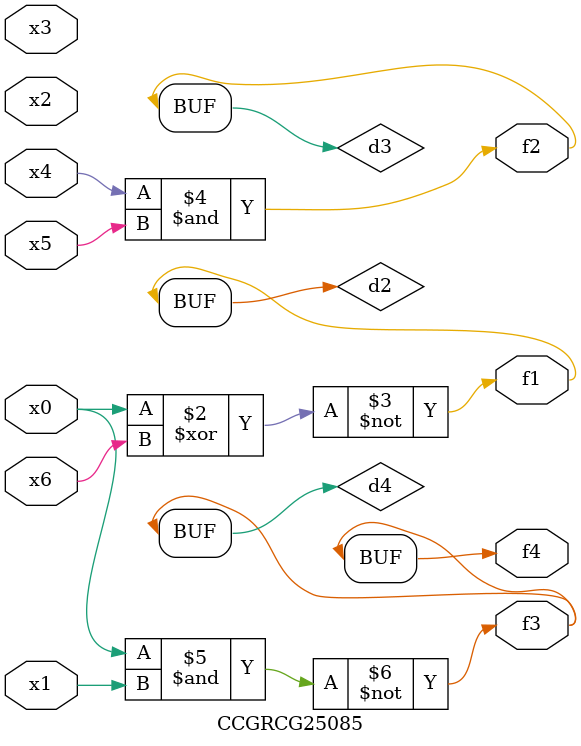
<source format=v>
module CCGRCG25085(
	input x0, x1, x2, x3, x4, x5, x6,
	output f1, f2, f3, f4
);

	wire d1, d2, d3, d4;

	nor (d1, x0);
	xnor (d2, x0, x6);
	and (d3, x4, x5);
	nand (d4, x0, x1);
	assign f1 = d2;
	assign f2 = d3;
	assign f3 = d4;
	assign f4 = d4;
endmodule

</source>
